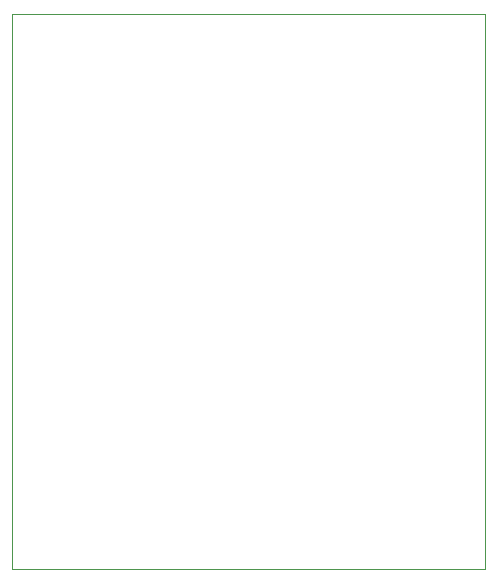
<source format=gbr>
%TF.GenerationSoftware,KiCad,Pcbnew,6.0.2+dfsg-1*%
%TF.CreationDate,2022-08-14T14:56:29+10:00*%
%TF.ProjectId,pcb,7063622e-6b69-4636-9164-5f7063625858,rev?*%
%TF.SameCoordinates,Original*%
%TF.FileFunction,Profile,NP*%
%FSLAX46Y46*%
G04 Gerber Fmt 4.6, Leading zero omitted, Abs format (unit mm)*
G04 Created by KiCad (PCBNEW 6.0.2+dfsg-1) date 2022-08-14 14:56:29*
%MOMM*%
%LPD*%
G01*
G04 APERTURE LIST*
%TA.AperFunction,Profile*%
%ADD10C,0.100000*%
%TD*%
G04 APERTURE END LIST*
D10*
X100000000Y-70000000D02*
X140000000Y-70000000D01*
X140000000Y-70000000D02*
X140000000Y-117000000D01*
X140000000Y-117000000D02*
X100000000Y-117000000D01*
X100000000Y-117000000D02*
X100000000Y-70000000D01*
M02*

</source>
